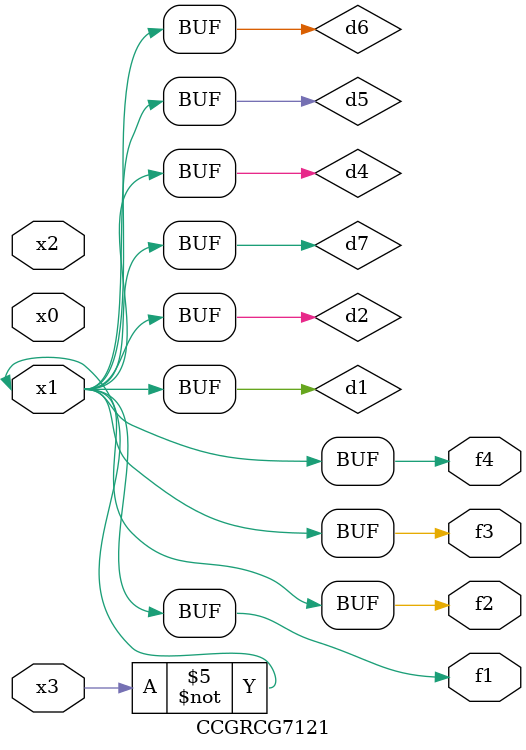
<source format=v>
module CCGRCG7121(
	input x0, x1, x2, x3,
	output f1, f2, f3, f4
);

	wire d1, d2, d3, d4, d5, d6, d7;

	not (d1, x3);
	buf (d2, x1);
	xnor (d3, d1, d2);
	nor (d4, d1);
	buf (d5, d1, d2);
	buf (d6, d4, d5);
	nand (d7, d4);
	assign f1 = d6;
	assign f2 = d7;
	assign f3 = d6;
	assign f4 = d6;
endmodule

</source>
